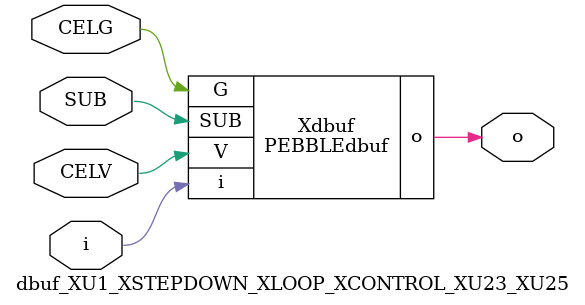
<source format=v>



module PEBBLEdbuf ( o, G, SUB, V, i );

  input V;
  input i;
  input G;
  output o;
  input SUB;
endmodule

//Celera Confidential Do Not Copy dbuf_XU1_XSTEPDOWN_XLOOP_XCONTROL_XU23_XU25
//Celera Confidential Symbol Generator
//Digital Buffer
module dbuf_XU1_XSTEPDOWN_XLOOP_XCONTROL_XU23_XU25 (CELV,CELG,i,o,SUB);
input CELV;
input CELG;
input i;
input SUB;
output o;

//Celera Confidential Do Not Copy dbuf
PEBBLEdbuf Xdbuf(
.V (CELV),
.i (i),
.o (o),
.SUB (SUB),
.G (CELG)
);
//,diesize,PEBBLEdbuf

//Celera Confidential Do Not Copy Module End
//Celera Schematic Generator
endmodule

</source>
